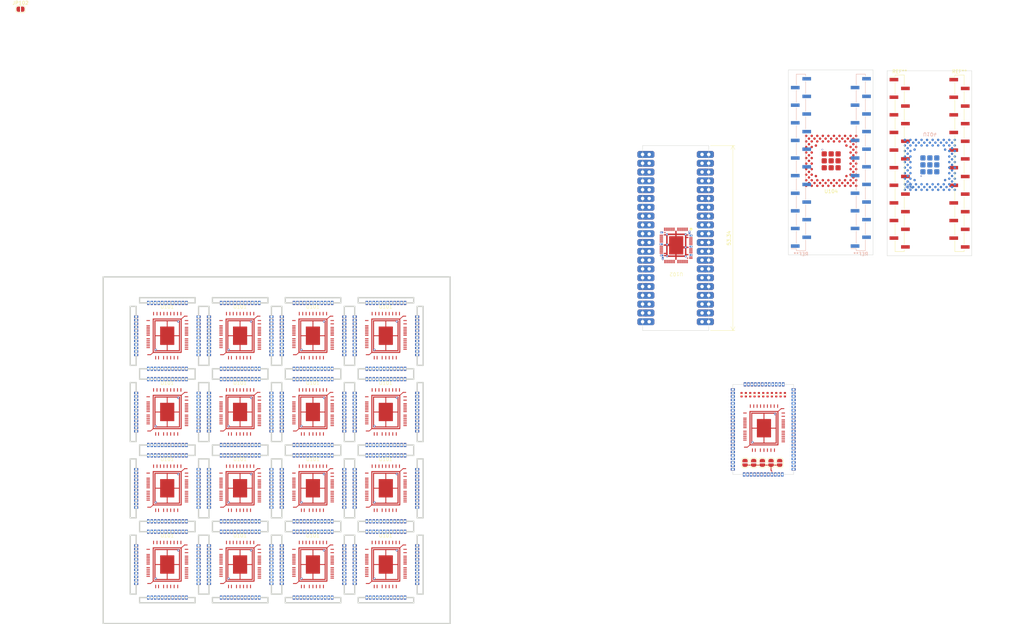
<source format=kicad_pcb>
(kicad_pcb (version 20241229) (generator "pcbnew") (generator_version "9.0")
  (layers (0 "F.Cu" signal) (2 "B.Cu" signal) (13 "F.Paste" user) (15 "B.Paste" user) (5 "F.SilkS" user "F.Silkscreen") (7 "B.SilkS" user "B.Silkscreen") (1 "F.Mask" user) (3 "B.Mask" user) (25 "Edge.Cuts" user))
  (net 0 "")
  (net 183 "Net-(JP101-A)")
  (footprint "Resistor_SMD:R_0402_1005Metric" (layer "F.Cu") (at 212 112.49 90)
    (property "Reference" "REF**" (hide yes))
    (property "Value" "R_0402_1005Metric")
  )
  (footprint "Connector_PinHeader_2.54mm:PinHeader_1x20_P2.54mm_Vertical_SMD_Pin1Left" (layer "F.Cu") (at 255.078 45.72)
    (property "Reference" "REF**")
    (property "Value" "PinHeader_1x20_P2.54mm_Vertical_SMD_Pin1Left")
  )
  (footprint "Castellations:castellated_1mmx12" (layer "F.Cu") (at 65 130)
    (property "Reference" "J104")
    (property "Value" "Conn_01x12")
  )
  (footprint "Jumper:SolderJumper-2_P1.3mm_Open_RoundedPad1.0x1.5mm" (layer "F.Cu") (at 220.5 132.15 90)
    (property "Reference" "JP103" (hide yes))
    (property "Value" "Jumper_2_Open")
  )
  (footprint "Resistor_SMD:R_0402_1005Metric" (layer "F.Cu") (at 222 112.49 90)
    (property "Reference" "REF**" (hide yes))
    (property "Value" "R_0402_1005Metric")
  )
  (footprint "WafeSpace:caravel_gfmpw_1_0_asap" (layer "F.Cu") (at 85.9365 88.6)
    (property "Reference" "U101")
    (property "Value" "Caravel_COB")
  )
  (footprint "WafeSpace:waferspace_default_padring_v0" (layer "F.Cu") (at 190.69 69.37 180)
    (property "Reference" "U102")
    (property "Value" "Caravel_COB")
  )
  (footprint "Castellations:castellated_1mmx12" (layer "F.Cu") (at 35 95.5 -90)
    (property "Reference" "J101")
    (property "Value" "Conn_01x12")
  )
  (footprint "Jumper:SolderJumper-2_P1.3mm_Open_RoundedPad1.0x1.5mm" (layer "F.Cu") (at 218 132.15 90)
    (property "Reference" "JP101" (hide yes))
    (property "Value" "Jumper_2_Open")
  )
  (footprint "Resistor_SMD:R_0402_1005Metric" (layer "F.Cu") (at 218.25 112.49 90)
    (property "Reference" "REF**" (hide yes))
    (property "Value" "R_0402_1005Metric")
  )
  (footprint "Castellations:castellated_1mmx12" (layer "F.Cu") (at 77 161.5 -90)
    (property "Reference" "J101")
    (property "Value" "Conn_01x12")
  )
  (footprint "Castellations:castellated_1mmx12" (layer "F.Cu") (at 98 139.5 -90)
    (property "Reference" "J101")
    (property "Value" "Conn_01x12")
  )
  (footprint "Castellations:castellated_1mmx12" (layer "F.Cu") (at 65 108)
    (property "Reference" "J104")
    (property "Value" "Conn_01x12")
  )
  (footprint "WafeSpace:caravel_gfmpw_1_0_asap" (layer "F.Cu") (at 85.9365 110.6)
    (property "Reference" "U101")
    (property "Value" "Caravel_COB")
  )
  (footprint "Castellations:castellated_1mmx12" (layer "F.Cu") (at 224.5 128.5 90)
    (property "Reference" "J102")
    (property "Value" "Conn_01x12")
  )
  (footprint "Castellations:castellated_1mmx12" (layer "F.Cu") (at 95 161.5 90)
    (property "Reference" "J102")
    (property "Value" "Conn_01x12")
  )
  (footprint "Castellations:castellated_1mmx12" (layer "F.Cu") (at 56 139.5 -90)
    (property "Reference" "J101")
    (property "Value" "Conn_01x12")
  )
  (footprint "Castellations:castellated_1mmx12" (layer "F.Cu") (at 56 161.5 -90)
    (property "Reference" "J101")
    (property "Value" "Conn_01x12")
  )
  (footprint "WafeSpace:caravel_gfmpw_1_0_asap" (layer "F.Cu") (at 106.9365 88.6)
    (property "Reference" "U101")
    (property "Value" "Caravel_COB")
  )
  (footprint "Castellations:castellated_1mmx12" (layer "F.Cu") (at 35 161.5 -90)
    (property "Reference" "J101")
    (property "Value" "Conn_01x12")
  )
  (footprint "Jumper:SolderJumper-2_P1.3mm_Open_RoundedPad1.0x1.5mm" (layer "F.Cu") (at 1.675 1.275)
    (property "Reference" "JP102")
    (property "Value" "Jumper_2_Open")
  )
  (footprint "Resistor_SMD:R_0402_1005Metric" (layer "F.Cu") (at 209.5 112.49 90)
    (property "Reference" "REF**" (hide yes))
    (property "Value" "R_0402_1005Metric")
  )
  (footprint "Castellations:castellated_1mmx12" (layer "F.Cu") (at 35 139.5 -90)
    (property "Reference" "J101")
    (property "Value" "Conn_01x12")
  )
  (footprint "WafeSpace:caravel_gfmpw_1_0_asap" (layer "F.Cu") (at 215.9365 115.271)
    (property "Reference" "U101" (hide yes))
    (property "Value" "Caravel_COB" (hide yes))
  )
  (footprint "Castellations:castellated_2.54x20" (layer "F.Cu") (at 200.025 67.31 90)
    (property "Reference" "J105")
    (property "Value" "Conn_01x20")
  )
  (footprint "Castellations:castellated_1mmx12" (layer "F.Cu") (at 44 127)
    (property "Reference" "J103")
    (property "Value" "Conn_01x12")
  )
  (footprint "WafeSpace:LGA1" (layer "F.Cu") (at 235.33 45.02)
    (property "Reference" "U104")
    (property "Value" "Caravel_COB")
  )
  (footprint "Resistor_SMD:R_0402_1005Metric" (layer "F.Cu") (at 217 112.49 90)
    (property "Reference" "REF**" (hide yes))
    (property "Value" "R_0402_1005Metric")
  )
  (footprint "Castellations:castellated_1mmx12" (layer "F.Cu") (at 65 171)
    (property "Reference" "J103")
    (property "Value" "Conn_01x12")
  )
  (footprint "Castellations:castellated_1mmx12" (layer "F.Cu") (at 107 149)
    (property "Reference" "J103")
    (property "Value" "Conn_01x12")
  )
  (footprint "WafeSpace:caravel_gfmpw_1_0_asap" (layer "F.Cu") (at 43.9365 88.6)
    (property "Reference" "U101")
    (property "Value" "Caravel_COB")
  )
  (footprint "WafeSpace:caravel_gfmpw_1_0_asap" (layer "F.Cu") (at 64.9365 132.6)
    (property "Reference" "U101")
    (property "Value" "Caravel_COB")
  )
  (footprint "Jumper:SolderJumper-2_P1.3mm_Open_RoundedPad1.0x1.5mm" (layer "F.Cu") (at 213 132.15 90)
    (property "Reference" "JP103" (hide yes))
    (property "Value" "Jumper_2_Open")
  )
  (footprint "Castellations:castellated_1mmx12" (layer "F.Cu") (at 53 161.5 90)
    (property "Reference" "J102")
    (property "Value" "Conn_01x12")
  )
  (footprint "Castellations:castellated_1mmx12" (layer "F.Cu") (at 56 95.5 -90)
    (property "Reference" "J101")
    (property "Value" "Conn_01x12")
  )
  (footprint "Castellations:castellated_1mmx12" (layer "F.Cu") (at 65 152)
    (property "Reference" "J104")
    (property "Value" "Conn_01x12")
  )
  (footprint "Castellations:castellated_1mmx12" (layer "F.Cu") (at 215.75 135.5)
    (property "Reference" "J104")
    (property "Value" "Conn_01x12")
  )
  (footprint "Castellations:castellated_1mmx12" (layer "F.Cu") (at 44 108)
    (property "Reference" "J104")
    (property "Value" "Conn_01x12")
  )
  (footprint "Resistor_SMD:R_0402_1005Metric" (layer "F.Cu") (at 213.25 112.49 90)
    (property "Reference" "REF**" (hide yes))
    (property "Value" "R_0402_1005Metric")
  )
  (footprint "Castellations:castellated_1mmx12" (layer "F.Cu") (at 77 139.5 -90)
    (property "Reference" "J101")
    (property "Value" "Conn_01x12")
  )
  (footprint "Castellations:castellated_1mmx12" (layer "F.Cu") (at 107 105)
    (property "Reference" "J103")
    (property "Value" "Conn_01x12")
  )
  (footprint "Resistor_SMD:R_0402_1005Metric" (layer "F.Cu") (at 219.5 112.49 90)
    (property "Reference" "REF**" (hide yes))
    (property "Value" "R_0402_1005Metric")
  )
  (footprint "Castellations:castellated_1mmx12" (layer "F.Cu") (at 95 95.5 90)
    (property "Reference" "J102")
    (property "Value" "Conn_01x12")
  )
  (footprint "Castellations:castellated_1mmx12" (layer "F.Cu") (at 107 130)
    (property "Reference" "J104")
    (property "Value" "Conn_01x12")
  )
  (footprint "Castellations:castellated_1mmx12" (layer "F.Cu") (at 44 105)
    (property "Reference" "J103")
    (property "Value" "Conn_01x12")
  )
  (footprint "Castellations:castellated_1mmx12" (layer "F.Cu") (at 98 95.5 -90)
    (property "Reference" "J101")
    (property "Value" "Conn_01x12")
  )
  (footprint "WafeSpace:caravel_gfmpw_1_0_asap" (layer "F.Cu") (at 43.9365 110.6)
    (property "Reference" "U101")
    (property "Value" "Caravel_COB")
  )
  (footprint "Resistor_SMD:R_0402_1005Metric" (layer "F.Cu") (at 215.75 112.49 90)
    (property "Reference" "REF**" (hide yes))
    (property "Value" "R_0402_1005Metric")
  )
  (footprint "Castellations:castellated_1mmx12" (layer "F.Cu") (at 44 171)
    (property "Reference" "J103")
    (property "Value" "Conn_01x12")
  )
  (footprint "Connector_PinHeader_2.54mm:PinHeader_1x20_P2.54mm_Vertical_SMD_Pin1Left" (layer "F.Cu") (at 272.3155 45.73)
    (property "Reference" "REF**")
    (property "Value" "PinHeader_1x20_P2.54mm_Vertical_SMD_Pin1Left")
  )
  (footprint "Castellations:castellated_1mmx12" (layer "F.Cu") (at 116 139.5 90)
    (property "Reference" "J102")
    (property "Value" "Conn_01x12")
  )
  (footprint "Castellations:castellated_1mmx12" (layer "F.Cu") (at 116 95.5 90)
    (property "Reference" "J102")
    (property "Value" "Conn_01x12")
  )
  (footprint "Castellations:castellated_1mmx12" (layer "F.Cu") (at 95 117.5 90)
    (property "Reference" "J102")
    (property "Value" "Conn_01x12")
  )
  (footprint "Castellations:castellated_1mmx12" (layer "F.Cu") (at 86 105)
    (property "Reference" "J103")
    (property "Value" "Conn_01x12")
  )
  (footprint "WafeSpace:caravel_gfmpw_1_0_asap" (layer "F.Cu") (at 106.9365 154.6)
    (property "Reference" "U101")
    (property "Value" "Caravel_COB")
  )
  (footprint "Castellations:castellated_1mmx12" (layer "F.Cu") (at 207 116.5 -90)
    (property "Reference" "J101")
    (property "Value" "Conn_01x12")
  )
  (footprint "WafeSpace:caravel_gfmpw_1_0_asap" (layer "F.Cu") (at 43.9365 132.6)
    (property "Reference" "U101")
    (property "Value" "Caravel_COB")
  )
  (footprint "WafeSpace:caravel_gfmpw_1_0_asap" (layer "F.Cu") (at 85.9365 132.6)
    (property "Reference" "U101")
    (property "Value" "Caravel_COB")
  )
  (footprint "Castellations:castellated_1mmx12" (layer "F.Cu") (at 56 117.5 -90)
    (property "Reference" "J101")
    (property "Value" "Conn_01x12")
  )
  (footprint "Castellations:castellated_1mmx12" (layer "F.Cu") (at 65 127)
    (property "Reference" "J103")
    (property "Value" "Conn_01x12")
  )
  (footprint "Castellations:castellated_2.54x20" (layer "F.Cu") (at 182.88 67.31 90)
    (property "Reference" "J106")
    (property "Value" "Conn_01x20")
  )
  (footprint "Castellations:castellated_1mmx12" (layer "F.Cu") (at 77 117.5 -90)
    (property "Reference" "J101")
    (property "Value" "Conn_01x12")
  )
  (footprint "Castellations:castellated_1mmx12" (layer "F.Cu") (at 107 152)
    (property "Reference" "J104")
    (property "Value" "Conn_01x12")
  )
  (footprint "Jumper:SolderJumper-2_P1.3mm_Open_RoundedPad1.0x1.5mm" (layer "F.Cu") (at 215.5 132.15 90)
    (property "Reference" "JP101" (hide yes))
    (property "Value" "Jumper_2_Open")
  )
  (footprint "Castellations:castellated_1mmx12" (layer "F.Cu") (at 116 161.5 90)
    (property "Reference" "J102")
    (property "Value" "Conn_01x12")
  )
  (footprint "WafeSpace:caravel_gfmpw_1_0_asap" (layer "F.Cu") (at 64.9365 154.6)
    (property "Reference" "U101")
    (property "Value" "Caravel_COB")
  )
  (footprint "Castellations:castellated_1mmx12" (layer "F.Cu") (at 95 139.5 90)
    (property "Reference" "J102")
    (property "Value" "Conn_01x12")
  )
  (footprint "Castellations:castellated_1mmx12" (layer "F.Cu") (at 86 86)
    (property "Reference" "J104")
    (property "Value" "Conn_01x12")
  )
  (footprint "Castellations:castellated_1mmx12" (layer "F.Cu") (at 74 161.5 90)
    (property "Reference" "J102")
    (property "Value" "Conn_01x12")
  )
  (footprint "Castellations:castellated_1mmx12" (layer "F.Cu") (at 74 117.5 90)
    (property "Reference" "J102")
    (property "Value" "Conn_01x12")
  )
  (footprint "Castellations:castellated_1mmx12" (layer "F.Cu") (at 224.5 116.5 90)
    (property "Reference" "J102")
    (property "Value" "Conn_01x12")
  )
  (footprint "Castellations:castellated_1mmx12" (layer "F.Cu") (at 53 117.5 90)
    (property "Reference" "J102")
    (property "Value" "Conn_01x12")
  )
  (footprint "Castellations:castellated_1mmx12" (layer "F.Cu") (at 77 95.5 -90)
    (property "Reference" "J101")
    (property "Value" "Conn_01x12")
  )
  (footprint "Castellations:castellated_1mmx12" (layer "F.Cu") (at 107 127)
    (property "Reference" "J103")
    (property "Value" "Conn_01x12")
  )
  (footprint "Castellations:castellated_1mmx12" (layer "F.Cu") (at 86 152)
    (property "Reference" "J104")
    (property "Value" "Conn_01x12")
  )
  (footprint "Resistor_SMD:R_0402_1005Metric" (layer "F.Cu") (at 210.75 112.49 90)
    (property "Reference" "REF**" (hide yes))
    (property "Value" "R_0402_1005Metric")
  )
  (footprint "Castellations:castellated_1mmx12" (layer "F.Cu") (at 53 139.5 90)
    (property "Reference" "J102")
    (property "Value" "Conn_01x12")
  )
  (footprint "Castellations:castellated_1mmx12" (layer "F.Cu") (at 86 149)
    (property "Reference" "J103")
    (property "Value" "Conn_01x12")
  )
  (footprint "Castellations:castellated_1mmx12" (layer "F.Cu") (at 44 130)
    (property "Reference" "J104")
    (property "Value" "Conn_01x12")
  )
  (footprint "Castellations:castellated_1mmx12" (layer "F.Cu") (at 107 86)
    (property "Reference" "J104")
    (property "Value" "Conn_01x12")
  )
  (footprint "Castellations:castellated_1mmx12" (layer "F.Cu") (at 216 109.5)
    (property "Reference" "J104")
    (property "Value" "Conn_01x12" (hide yes))
  )
  (footprint "WafeSpace:caravel_gfmpw_1_0_asap" (layer "F.Cu") (at 106.9365 132.6)
    (property "Reference" "U101")
    (property "Value" "Caravel_COB")
  )
  (footprint "Resistor_SMD:R_0402_1005Metric" (layer "F.Cu") (at 220.75 112.49 90)
    (property "Reference" "REF**" (hide yes))
    (property "Value" "R_0402_1005Metric")
  )
  (footprint "WafeSpace:caravel_gfmpw_1_0_asap" (layer "F.Cu") (at 64.9365 88.6)
    (property "Reference" "U101")
    (property "Value" "Caravel_COB")
  )
  (footprint "Castellations:castellated_1mmx12" (layer "F.Cu") (at 107 171)
    (property "Reference" "J103")
    (property "Value" "Conn_01x12")
  )
  (footprint "Castellations:castellated_1mmx12" (layer "F.Cu") (at 44 86)
    (property "Reference" "J104")
    (property "Value" "Conn_01x12")
  )
  (footprint "Castellations:castellated_1mmx12" (layer "F.Cu") (at 44 152)
    (property "Reference" "J104")
    (property "Value" "Conn_01x12")
  )
  (footprint "Castellations:castellated_1mmx12" (layer "F.Cu") (at 86 127)
    (property "Reference" "J103")
    (property "Value" "Conn_01x12")
  )
  (footprint "Resistor_SMD:R_0402_1005Metric" (layer "F.Cu") (at 214.5 112.49 90)
    (property "Reference" "REF**" (hide yes))
    (property "Value" "R_0402_1005Metric")
  )
  (footprint "Castellations:castellated_1mmx12" (layer "F.Cu") (at 74 95.5 90)
    (property "Reference" "J102")
    (property "Value" "Conn_01x12")
  )
  (footprint "Castellations:castellated_1mmx12" (layer "F.Cu") (at 35 117.5 -90)
    (property "Reference" "J101")
    (property "Value" "Conn_01x12")
  )
  (footprint "Castellations:castellated_1mmx12" (layer "F.Cu") (at 86 130)
    (property "Reference" "J104")
    (property "Value" "Conn_01x12")
  )
  (footprint "WafeSpace:caravel_gfmpw_1_0_asap" (layer "F.Cu") (at 106.9365 110.6)
    (property "Reference" "U101")
    (property "Value" "Caravel_COB")
  )
  (footprint "WafeSpace:caravel_gfmpw_1_0_asap" (layer "F.Cu") (at 64.9365 110.6)
    (property "Reference" "U101")
    (property "Value" "Caravel_COB")
  )
  (footprint "Castellations:castellated_1mmx12" (layer "F.Cu") (at 116 117.5 90)
    (property "Reference" "J102")
    (property "Value" "Conn_01x12")
  )
  (footprint "Castellations:castellated_1mmx12" (layer "F.Cu") (at 65 86)
    (property "Reference" "J104")
    (property "Value" "Conn_01x12")
  )
  (footprint "Castellations:castellated_1mmx12" (layer "F.Cu") (at 98 117.5 -90)
    (property "Reference" "J101")
    (property "Value" "Conn_01x12")
  )
  (footprint "Castellations:castellated_1mmx12" (layer "F.Cu") (at 98 161.5 -90)
    (property "Reference" "J101")
    (property "Value" "Conn_01x12")
  )
  (footprint "Castellations:castellated_1mmx12" (layer "F.Cu") (at 65 149)
    (property "Reference" "J103")
    (property "Value" "Conn_01x12")
  )
  (footprint "Castellations:castellated_1mmx12" (layer "F.Cu") (at 53 95.5 90)
    (property "Reference" "J102")
    (property "Value" "Conn_01x12")
  )
  (footprint "Castellations:castellated_1mmx12" (layer "F.Cu") (at 86 108)
    (property "Reference" "J104")
    (property "Value" "Conn_01x12")
  )
  (footprint "Castellations:castellated_1mmx12" (layer "F.Cu") (at 74 139.5 90)
    (property "Reference" "J102")
    (property "Value" "Conn_01x12")
  )
  (footprint "WafeSpace:caravel_gfmpw_1_0_asap" (layer "F.Cu") (at 43.9365 154.6)
    (property "Reference" "U101")
    (property "Value" "Caravel_COB")
  )
  (footprint "Castellations:castellated_1mmx12" (layer "F.Cu") (at 107 108)
    (property "Reference" "J104")
    (property "Value" "Conn_01x12")
  )
  (footprint "Castellations:castellated_1mmx12" (layer "F.Cu") (at 44 149)
    (property "Reference" "J103")
    (property "Value" "Conn_01x12")
  )
  (footprint "Castellations:castellated_1mmx12" (layer "F.Cu") (at 207 128.5 -90)
    (property "Reference" "J101")
    (property "Value" "Conn_01x12")
  )
  (footprint "WafeSpace:caravel_gfmpw_1_0_asap" (layer "F.Cu") (at 85.9365 154.6)
    (property "Reference" "U101")
    (property "Value" "Caravel_COB")
  )
  (footprint "Jumper:SolderJumper-2_P1.3mm_Open_RoundedPad1.0x1.5mm" (layer "F.Cu") (at 210.5 132.15 90)
    (property "Reference" "JP101" (hide yes))
    (property "Value" "Jumper_2_Open")
  )
  (footprint "Castellations:castellated_1mmx12" (layer "F.Cu") (at 65 105)
    (property "Reference" "J103")
    (property "Value" "Conn_01x12")
  )
  (footprint "Castellations:castellated_1mmx12" (layer "F.Cu") (at 86 171)
    (property "Reference" "J103")
    (property "Value" "Conn_01x12")
  )
  (footprint "Connector_PinHeader_2.54mm:PinHeader_1x20_P2.54mm_Vertical_SMD_Pin1Left" (layer "B.Cu") (at 243.8675 45.47)
    (property "Reference" "REF**")
    (property "Value" "PinHeader_1x20_P2.54mm_Vertical_SMD_Pin1Left")
  )
  (footprint "Connector_PinHeader_2.54mm:PinHeader_1x20_P2.54mm_Vertical_SMD_Pin1Left" (layer "B.Cu") (at 226.63 45.48)
    (property "Reference" "REF**")
    (property "Value" "PinHeader_1x20_P2.54mm_Vertical_SMD_Pin1Left")
  )
  (footprint "Symbol:waferspace_pin1" (layer "B.Cu") (at 257.708 52.216)
    (property "Reference" "G***" (hide yes))
    (property "Value" "LOGO" (hide yes))
  )
  (footprint "WafeSpace:LGA1" (layer "B.Cu") (at 263.778 46.18)
    (property "Reference" "U104")
    (property "Value" "Caravel_COB")
  )
  (gr_line (start 117.712125 131) (end 116 131) (stroke (width 0.4)) (layer "Edge.Cuts"))
  (gr_line (start 115 108) (end 115 105) (stroke (width 0.4)) (layer "Edge.Cuts"))
  (gr_line (start 247.396 18.8) (end 223.012 18.8) (stroke (width 0.1)) (layer "Edge.Cuts"))
  (gr_line (start 77 170) (end 77 153) (stroke (width 0.4)) (layer "Edge.Cuts"))
  (gr_line (start 53 148) (end 53 131) (stroke (width 0.4)) (layer "Edge.Cuts"))
  (gr_line (start 36 86) (end 36 84.5) (stroke (width 0.4)) (layer "Edge.Cuts"))
  (gr_line (start 56 104) (end 56 87) (stroke (width 0.4)) (layer "Edge.Cuts"))
  (gr_rect (start 207 109.5) (end 224.5 135.5) (stroke (width 0.1)) (fill no) (layer "Edge.Cuts"))
  (gr_line (start 125.5 78.5) (end 25.5 78.5) (stroke (width 0.4)) (layer "Edge.Cuts"))
  (gr_line (start 77 109) (end 74 109) (stroke (width 0.4)) (layer "Edge.Cuts"))
  (gr_line (start 73 152) (end 73 149) (stroke (width 0.4)) (layer "Edge.Cuts"))
  (gr_line (start 94 130) (end 78 130) (stroke (width 0.4)) (layer "Edge.Cuts"))
  (gr_line (start 117.712125 170) (end 116 170) (stroke (width 0.4)) (layer "Edge.Cuts"))
  (gr_line (start 116 126) (end 116 109) (stroke (width 0.4)) (layer "Edge.Cuts"))
  (gr_line (start 53 170) (end 53 153) (stroke (width 0.4)) (layer "Edge.Cuts"))
  (gr_line (start 223.012 18.8) (end 223.012 72.14) (stroke (width 0.1)) (layer "Edge.Cuts"))
  (gr_line (start 52 108) (end 36 108) (stroke (width 0.4)) (layer "Edge.Cuts"))
  (gr_line (start 78 108) (end 78 105) (stroke (width 0.4)) (layer "Edge.Cuts"))
  (gr_line (start 180.975 93.98) (end 200.025 93.98) (stroke (width 0.1)) (layer "Edge.Cuts"))
  (gr_line (start 115 149) (end 99 149) (stroke (width 0.4)) (layer "Edge.Cuts"))
  (gr_line (start 94 171) (end 78 171) (stroke (width 0.4)) (layer "Edge.Cuts"))
  (gr_line (start 115 84.5) (end 99 84.5) (stroke (width 0.4)) (layer "Edge.Cuts"))
  (gr_line (start 94 130) (end 94 127) (stroke (width 0.4)) (layer "Edge.Cuts"))
  (gr_line (start 98 170) (end 95 170) (stroke (width 0.4)) (layer "Edge.Cuts"))
  (gr_line (start 56 131) (end 53 131) (stroke (width 0.4)) (layer "Edge.Cuts"))
  (gr_line (start 94 149) (end 78 149) (stroke (width 0.4)) (layer "Edge.Cuts"))
  (gr_line (start 52 108) (end 52 105) (stroke (width 0.4)) (layer "Edge.Cuts"))
  (gr_line (start 77 87) (end 74 87) (stroke (width 0.4)) (layer "Edge.Cuts"))
  (gr_line (start 98 126) (end 95 126) (stroke (width 0.4)) (layer "Edge.Cuts"))
  (gr_line (start 94 172.5) (end 78 172.5) (stroke (width 0.4)) (layer "Edge.Cuts"))
  (gr_line (start 57 152) (end 57 149) (stroke (width 0.4)) (layer "Edge.Cuts"))
  (gr_line (start 73 86) (end 57 86) (stroke (width 0.4)) (layer "Edge.Cuts"))
  (gr_line (start 35 104) (end 35 87) (stroke (width 0.4)) (layer "Edge.Cuts"))
  (gr_line (start 73 108) (end 57 108) (stroke (width 0.4)) (layer "Edge.Cuts"))
  (gr_line (start 78 86) (end 78 84.5) (stroke (width 0.4)) (layer "Edge.Cuts"))
  (gr_line (start 57 130) (end 57 127) (stroke (width 0.4)) (layer "Edge.Cuts"))
  (gr_line (start 251.46 72.4) (end 251.46 19.06) (stroke (width 0.1)) (layer "Edge.Cuts"))
  (gr_line (start 35 170) (end 33.287875 170) (stroke (width 0.4)) (layer "Edge.Cuts"))
  (gr_line (start 117.712125 148) (end 117.712125 131) (stroke (width 0.4)) (layer "Edge.Cuts"))
  (gr_line (start 56 104) (end 53 104) (stroke (width 0.4)) (layer "Edge.Cuts"))
  (gr_line (start 116 148) (end 116 131) (stroke (width 0.4)) (layer "Edge.Cuts"))
  (gr_line (start 77 131) (end 74 131) (stroke (width 0.4)) (layer "Edge.Cuts"))
  (gr_line (start 94 105) (end 78 105) (stroke (width 0.4)) (layer "Edge.Cuts"))
  (gr_line (start 275.844 72.4) (end 251.46 72.4) (stroke (width 0.1)) (layer "Edge.Cuts"))
  (gr_line (start 94 108) (end 78 108) (stroke (width 0.4)) (layer "Edge.Cuts"))
  (gr_line (start 99 108) (end 99 105) (stroke (width 0.4)) (layer "Edge.Cuts"))
  (gr_line (start 36 172.5) (end 36 171) (stroke (width 0.4)) (layer "Edge.Cuts"))
  (gr_line (start 94 86) (end 78 86) (stroke (width 0.4)) (layer "Edge.Cuts"))
  (gr_line (start 33.287875 170) (end 33.287875 153) (stroke (width 0.4)) (layer "Edge.Cuts"))
  (gr_line (start 56 170) (end 56 153) (stroke (width 0.4)) (layer "Edge.Cuts"))
  (gr_line (start 56 153) (end 53 153) (stroke (width 0.4)) (layer "Edge.Cuts"))
  (gr_line (start 73 130) (end 57 130) (stroke (width 0.4)) (layer "Edge.Cuts"))
  (gr_line (start 77 170) (end 74 170) (stroke (width 0.4)) (layer "Edge.Cuts"))
  (gr_line (start 200.025 93.98) (end 200.025 40.64) (stroke (width 0.1)) (layer "Edge.Cuts"))
  (gr_line (start 94 172.5) (end 94 171) (stroke (width 0.4)) (layer "Edge.Cuts"))
  (gr_line (start 36 130) (end 36 127) (stroke (width 0.4)) (layer "Edge.Cuts"))
  (gr_line (start 116 170) (end 116 153) (stroke (width 0.4)) (layer "Edge.Cuts"))
  (gr_line (start 115 86) (end 115 84.5) (stroke (width 0.4)) (layer "Edge.Cuts"))
  (gr_line (start 52 130) (end 52 127) (stroke (width 0.4)) (layer "Edge.Cuts"))
  (gr_line (start 98 126) (end 98 109) (stroke (width 0.4)) (layer "Edge.Cuts"))
  (gr_line (start 117.712125 104) (end 117.712125 87) (stroke (width 0.4)) (layer "Edge.Cuts"))
  (gr_line (start 33.287875 126) (end 33.287875 109) (stroke (width 0.4)) (layer "Edge.Cuts"))
  (gr_line (start 33.287875 104) (end 33.287875 87) (stroke (width 0.4)) (layer "Edge.Cuts"))
  (gr_line (start 99 172.5) (end 99 171) (stroke (width 0.4)) (layer "Edge.Cuts"))
  (gr_line (start 73 171) (end 57 171) (stroke (width 0.4)) (layer "Edge.Cuts"))
  (gr_line (start 95 126) (end 95 109) (stroke (width 0.4)) (layer "Edge.Cuts"))
  (gr_line (start 78 152) (end 78 149) (stroke (width 0.4)) (layer "Edge.Cuts"))
  (gr_line (start 117.712125 170) (end 117.712125 153) (stroke (width 0.4)) (layer "Edge.Cuts"))
  (gr_line (start 52 86) (end 36 86) (stroke (width 0.4)) (layer "Edge.Cuts"))
  (gr_line (start 36 152) (end 36 149) (stroke (width 0.4)) (layer "Edge.Cuts"))
  (gr_line (start 57 108) (end 57 105) (stroke (width 0.4)) (layer "Edge.Cuts"))
  (gr_line (start 95 104) (end 95 87) (stroke (width 0.4)) (layer "Edge.Cuts"))
  (gr_line (start 117.712125 87) (end 116 87) (stroke (width 0.4)) (layer "Edge.Cuts"))
  (gr_line (start 77 126) (end 77 109) (stroke (width 0.4)) (layer "Edge.Cuts"))
  (gr_line (start 98 148) (end 98 131) (stroke (width 0.4)) (layer "Edge.Cuts"))
  (gr_line (start 115 172.5) (end 115 171) (stroke (width 0.4)) (layer "Edge.Cuts"))
  (gr_line (start 99 86) (end 99 84.5) (stroke (width 0.4)) (layer "Edge.Cuts"))
  (gr_line (start 251.46 19.06) (end 275.844 19.06) (stroke (width 0.1)) (layer "Edge.Cuts"))
  (gr_line (start 117.712125 109) (end 116 109) (stroke (width 0.4)) (layer "Edge.Cuts"))
  (gr_line (start 56 109) (end 53 109) (stroke (width 0.4)) (layer "Edge.Cuts"))
  (gr_line (start 56 87) (end 53 87) (stroke (width 0.4)) (layer "Edge.Cuts"))
  (gr_line (start 116 104) (end 116 87) (stroke (width 0.4)) (layer "Edge.Cuts"))
  (gr_line (start 98 131) (end 95 131) (stroke (width 0.4)) (layer "Edge.Cuts"))
  (gr_line (start 94 86) (end 94 84.5) (stroke (width 0.4)) (layer "Edge.Cuts"))
  (gr_line (start 52 105) (end 36 105) (stroke (width 0.4)) (layer "Edge.Cuts"))
  (gr_line (start 115 130) (end 99 130) (stroke (width 0.4)) (layer "Edge.Cuts"))
  (gr_line (start 117.712125 126) (end 117.712125 109) (stroke (width 0.4)) (layer "Edge.Cuts"))
  (gr_line (start 94 84.5) (end 78 84.5) (stroke (width 0.4)) (layer "Edge.Cuts"))
  (gr_line (start 52 127) (end 36 127) (stroke (width 0.4)) (layer "Edge.Cuts"))
  (gr_line (start 99 152) (end 99 149) (stroke (width 0.4)) (layer "Edge.Cuts"))
  (gr_line (start 115 172.5) (end 99 172.5) (stroke (width 0.4)) (layer "Edge.Cuts"))
  (gr_line (start 115 127) (end 99 127) (stroke (width 0.4)) (layer "Edge.Cuts"))
  (gr_line (start 115 105) (end 99 105) (stroke (width 0.4)) (layer "Edge.Cuts"))
  (gr_line (start 52 172.5) (end 52 171) (stroke (width 0.4)) (layer "Edge.Cuts"))
  (gr_line (start 74 126) (end 74 109) (stroke (width 0.4)) (layer "Edge.Cuts"))
  (gr_line (start 74 170) (end 74 153) (stroke (width 0.4)) (layer "Edge.Cuts"))
  (gr_line (start 33.287875 148) (end 33.287875 131) (stroke (width 0.4)) (layer "Edge.Cuts"))
  (gr_line (start 35 126) (end 33.287875 126) (stroke (width 0.4)) (layer "Edge.Cuts"))
  (gr_line (start 115 108) (end 99 108) (stroke (width 0.4)) (layer "Edge.Cuts"))
  (gr_line (start 73 84.5) (end 57 84.5) (stroke (width 0.4)) (layer "Edge.Cuts"))
  (gr_line (start 115 152) (end 99 152) (stroke (width 0.4)) (layer "Edge.Cuts"))
  (gr_line (start 180.975 40.64) (end 180.975 93.98) (stroke (width 0.1)) (layer "Edge.Cuts"))
  (gr_line (start 94 127) (end 78 127) (stroke (width 0.4)) (layer "Edge.Cuts"))
  (gr_line (start 247.396 72.14) (end 247.396 18.8) (stroke (width 0.1)) (layer "Edge.Cuts"))
  (gr_line (start 52 149) (end 36 149) (stroke (width 0.4)) (layer "Edge.Cuts"))
  (gr_line (start 73 172.5) (end 57 172.5) (stroke (width 0.4)) (layer "Edge.Cuts"))
  (gr_line (start 77 104) (end 74 104) (stroke (width 0.4)) (layer "Edge.Cuts"))
  (gr_line (start 99 130) (end 99 127) (stroke (width 0.4)) (layer "Edge.Cuts"))
  (gr_line (start 57 172.5) (end 57 171) (stroke (width 0.4)) (layer "Edge.Cuts"))
  (gr_line (start 73 152) (end 57 152) (stroke (width 0.4)) (layer "Edge.Cuts"))
  (gr_line (start 117.712125 126) (end 116 126) (stroke (width 0.4)) (layer "Edge.Cuts"))
  (gr_line (start 275.844 19.06) (end 275.844 72.4) (stroke (width 0.1)) (layer "Edge.Cuts"))
  (gr_line (start 56 170) (end 53 170) (stroke (width 0.4)) (layer "Edge.Cuts"))
  (gr_line (start 53 104) (end 53 87) (stroke (width 0.4)) (layer "Edge.Cuts"))
  (gr_line (start 57 86) (end 57 84.5) (stroke (width 0.4)) (layer "Edge.Cuts"))
  (gr_line (start 56 126) (end 56 109) (stroke (width 0.4)) (layer "Edge.Cuts"))
  (gr_line (start 117.712125 104) (end 116 104) (stroke (width 0.4)) (layer "Edge.Cuts"))
  (gr_line (start 98 87) (end 95 87) (stroke (width 0.4)) (layer "Edge.Cuts"))
  (gr_line (start 115 152) (end 115 149) (stroke (width 0.4)) (layer "Edge.Cuts"))
  (gr_line (start 115 86) (end 99 86) (stroke (width 0.4)) (layer "Edge.Cuts"))
  (gr_line (start 52 84.5) (end 36 84.5) (stroke (width 0.4)) (layer "Edge.Cuts"))
  (gr_line (start 115 130) (end 115 127) (stroke (width 0.4)) (layer "Edge.Cuts"))
  (gr_line (start 73 127) (end 57 127) (stroke (width 0.4)) (layer "Edge.Cuts"))
  (gr_line (start 52 152) (end 36 152) (stroke (width 0.4)) (layer "Edge.Cuts"))
  (gr_line (start 125.5 178.5) (end 125.5 78.5) (stroke (width 0.4)) (layer "Edge.Cuts"))
  (gr_line (start 98 109) (end 95 109) (stroke (width 0.4)) (layer "Edge.Cuts"))
  (gr_line (start 73 130) (end 73 127) (stroke (width 0.4)) (layer "Edge.Cuts"))
  (gr_line (start 25.5 178.5) (end 25.5 78.5) (stroke (width 0.4)) (layer "Edge.Cuts"))
  (gr_line (start 52 172.5) (end 36 172.5) (stroke (width 0.4)) (layer "Edge.Cuts"))
  (gr_line (start 52 130) (end 36 130) (stroke (width 0.4)) (layer "Edge.Cuts"))
  (gr_line (start 98 104) (end 98 87) (stroke (width 0.4)) (layer "Edge.Cuts"))
  (gr_line (start 94 152) (end 94 149) (stroke (width 0.4)) (layer "Edge.Cuts"))
  (gr_line (start 73 108) (end 73 105) (stroke (width 0.4)) (layer "Edge.Cuts"))
  (gr_line (start 94 152) (end 78 152) (stroke (width 0.4)) (layer "Edge.Cuts"))
  (gr_line (start 77 126) (end 74 126) (stroke (width 0.4)) (layer "Edge.Cuts"))
  (gr_line (start 117.712125 153) (end 116 153) (stroke (width 0.4)) (layer "Edge.Cuts"))
  (gr_line (start 117.712125 148) (end 116 148) (stroke (width 0.4)) (layer "Edge.Cuts"))
  (gr_line (start 95 170) (end 95 153) (stroke (width 0.4)) (layer "Edge.Cuts"))
  (gr_line (start 52 86) (end 52 84.5) (stroke (width 0.4)) (layer "Edge.Cuts"))
  (gr_line (start 35 109) (end 33.287875 109) (stroke (width 0.4)) (layer "Edge.Cuts"))
  (gr_line (start 56 148) (end 53 148) (stroke (width 0.4)) (layer "Edge.Cuts"))
  (gr_line (start 98 153) (end 95 153) (stroke (width 0.4)) (layer "Edge.Cuts"))
  (gr_line (start 56 148) (end 56 131) (stroke (width 0.4)) (layer "Edge.Cuts"))
  (gr_line (start 56 126) (end 53 126) (stroke (width 0.4)) (layer "Edge.Cuts"))
  (gr_line (start 77 148) (end 77 131) (stroke (width 0.4)) (layer "Edge.Cuts"))
  (gr_line (start 223.012 72.14) (end 247.396 72.14) (stroke (width 0.1)) (layer "Edge.Cuts"))
  (gr_line (start 73 149) (end 57 149) (stroke (width 0.4)) (layer "Edge.Cuts"))
  (gr_line (start 200.025 40.64) (end 180.975 40.64) (stroke (width 0.1)) (layer "Edge.Cuts"))
  (gr_line (start 35 104) (end 33.287875 104) (stroke (width 0.4)) (layer "Edge.Cuts"))
  (gr_line (start 35 87) (end 33.287875 87) (stroke (width 0.4)) (layer "Edge.Cuts"))
  (gr_line (start 98 148) (end 95 148) (stroke (width 0.4)) (layer "Edge.Cuts"))
  (gr_line (start 73 105) (end 57 105) (stroke (width 0.4)) (layer "Edge.Cuts"))
  (gr_line (start 35 153) (end 33.287875 153) (stroke (width 0.4)) (layer "Edge.Cuts"))
  (gr_line (start 52 171) (end 36 171) (stroke (width 0.4)) (layer "Edge.Cuts"))
  (gr_line (start 35 148) (end 35 131) (stroke (width 0.4)) (layer "Edge.Cuts"))
  (gr_line (start 35 170) (end 35 153) (stroke (width 0.4)) (layer "Edge.Cuts"))
  (gr_line (start 53 126) (end 53 109) (stroke (width 0.4)) (layer "Edge.Cuts"))
  (gr_line (start 98 104) (end 95 104) (stroke (width 0.4)) (layer "Edge.Cuts"))
  (gr_line (start 98 170) (end 98 153) (stroke (width 0.4)) (layer "Edge.Cuts"))
  (gr_line (start 35 131) (end 33.287875 131) (stroke (width 0.4)) (layer "Edge.Cuts"))
  (gr_line (start 74 104) (end 74 87) (stroke (width 0.4)) (layer "Edge.Cuts"))
  (gr_line (start 125.5 178.5) (end 25.5 178.5) (stroke (width 0.4)) (layer "Edge.Cuts"))
  (gr_line (start 74 148) (end 74 131) (stroke (width 0.4)) (layer "Edge.Cuts"))
  (gr_line (start 73 172.5) (end 73 171) (stroke (width 0.4)) (layer "Edge.Cuts"))
  (gr_line (start 77 148) (end 74 148) (stroke (width 0.4)) (layer "Edge.Cuts"))
  (gr_line (start 35 148) (end 33.287875 148) (stroke (width 0.4)) (layer "Edge.Cuts"))
  (gr_line (start 95 148) (end 95 131) (stroke (width 0.4)) (layer "Edge.Cuts"))
  (gr_line (start 78 130) (end 78 127) (stroke (width 0.4)) (layer "Edge.Cuts"))
  (gr_line (start 77 104) (end 77 87) (stroke (width 0.4)) (layer "Edge.Cuts"))
  (gr_line (start 78 172.5) (end 78 171) (stroke (width 0.4)) (layer "Edge.Cuts"))
  (gr_line (start 94 108) (end 94 105) (stroke (width 0.4)) (layer "Edge.Cuts"))
  (gr_line (start 73 86) (end 73 84.5) (stroke (width 0.4)) (layer "Edge.Cuts"))
  (gr_line (start 35 126) (end 35 109) (stroke (width 0.4)) (layer "Edge.Cuts"))
  (gr_line (start 115 171) (end 99 171) (stroke (width 0.4)) (layer "Edge.Cuts"))
  (gr_line (start 36 108) (end 36 105) (stroke (width 0.4)) (layer "Edge.Cuts"))
  (gr_line (start 52 152) (end 52 149) (stroke (width 0.4)) (layer "Edge.Cuts"))
  (gr_line (start 77 153) (end 74 153) (stroke (width 0.4)) (layer "Edge.Cuts"))
  (dimension (type orthogonal) (layer "F.SilkS") (pts (xy 200.025 93.98) (xy 200.025 40.64)) (height 6.985) (orientation 1) (format (prefix "") (suffix "") (units 3) (units_format 0) (precision 4) (suppress_zeroes yes)) (style (thickness 0.1) (arrow_length 1.27) (text_position_mode 0) (arrow_direction outward) (extension_height 0.58642) (extension_offset 0.5) (keep_text_aligned yes)) (gr_text "53.34" (at 205.86 67.31 90) (layer "F.SilkS") (effects (font (size 1 1) (thickness 0.15)))))
  (via (at 232.805 41.77) (size 0.45) (drill 0.3) (layers "F.Cu" "B.Cu") (net 0))
  (via (at 261.253 49.43) (size 0.45) (drill 0.3) (layers "F.Cu" "B.Cu") (net 0))
  (segment (start 210.5 132.8) (end 213 132.8) (width 0.25) (layer "F.Cu") (net 183))
  (segment (start 215.5 132.8) (end 218 132.8) (width 0.25) (layer "F.Cu") (net 183))
  (segment (start 218 132.8) (end 220.5 132.8) (width 0.25) (layer "F.Cu") (net 183))
  (segment (start 218 132.8) (end 218 134.324) (width 0.25) (layer "F.Cu") (net 183))
  (segment (start 213 132.8) (end 215.5 132.8) (width 0.25) (layer "F.Cu") (net 183))
  (segment (start 218 134.324) (end 218.25 134.574) (width 0.25) (layer "F.Cu") (net 183))
)
</source>
